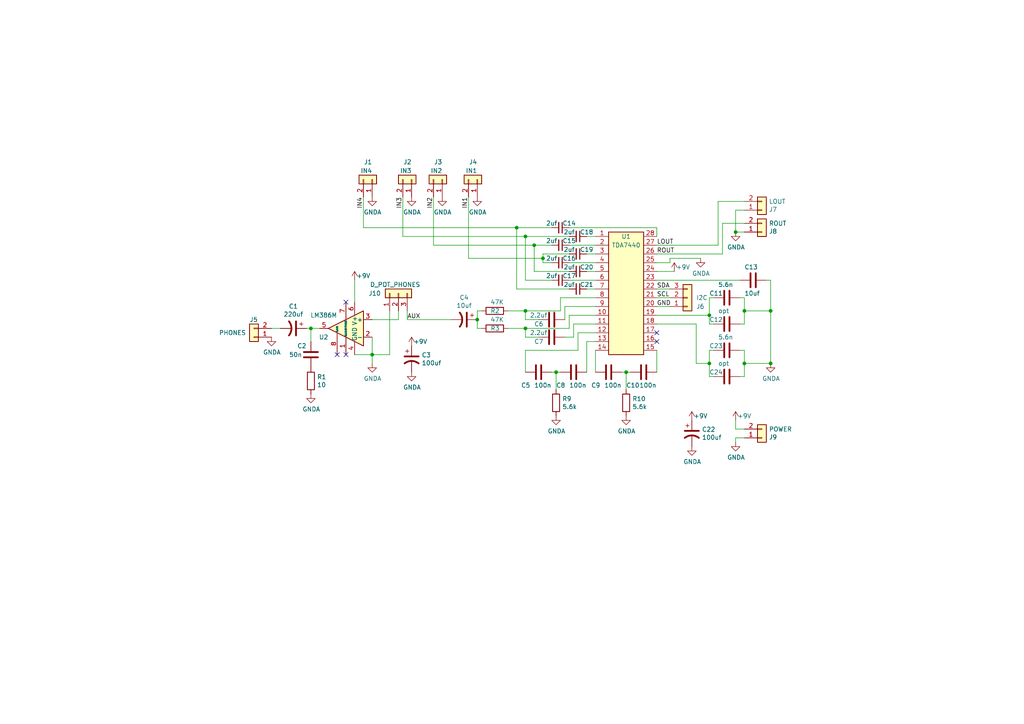
<source format=kicad_sch>
(kicad_sch (version 20230121) (generator eeschema)
  (paper "A4")
  (lib_symbols
    (symbol "Amplifier_Audio:LM386" (pin_names (offset 0.127))
      (property "Reference" "U" (at 1.27 7.62 0))
      (property "Value" "LM386" (at 1.27 5.08 0))
      (symbol "LM386_0_1"
        (polyline (pts (xy 5.08 0) (xy -5.08 5.08) (xy -5.08 -5.08) (xy 5.08 0)) (stroke (width 0.254)) (fill (type background)))
      )
      (symbol "LM386_1_1"
        (pin input line (at 0 -7.62 90) (length 5.08) (name "GAIN") (number "1"))
        (pin input line (at -7.62 -2.54 0) (length 2.54) (name "-") (number "2"))
        (pin input line (at -7.62 2.54 0) (length 2.54) (name "+") (number "3"))
        (pin power_in line (at -2.54 -7.62 90) (length 3.81) (name "GND") (number "4"))
        (pin output line (at 7.62 0 180) (length 2.54) (name "~") (number "5"))
        (pin power_in line (at -2.54 7.62 270) (length 3.81) (name "V+") (number "6"))
        (pin input line (at 0 7.62 270) (length 5.08) (name "BYPASS") (number "7"))
        (pin input line (at 2.54 -7.62 90) (length 6.35) (name "GAIN") (number "8"))
      )
    )
    (symbol "AudioProcessor-rescue:CP1-Device" (pin_numbers hide) (pin_names (offset 0.254) hide)
      (property "Reference" "C" (at 0.635 2.54 0))
      (property "Value" "Device:CP1" (at 0.635 -2.54 0))
      (symbol "CP1-Device_0_1"
        (polyline (pts (xy -2.032 0.762) (xy 2.032 0.762)) (stroke (width 0.508)))
        (polyline (pts (xy -1.778 2.286) (xy -0.762 2.286)))
        (polyline (pts (xy -1.27 1.778) (xy -1.27 2.794)))
        (arc (start 2.032 -1.27) (mid 0 -0.5572) (end -2.032 -1.27) (stroke (width 0.508)))
      )
      (symbol "CP1-Device_1_1"
        (pin passive line (at 0 3.81 270) (length 2.794) (name "~") (number "1"))
        (pin passive line (at 0 -3.81 90) (length 3.302) (name "~") (number "2"))
      )
    )
    (symbol "AudioProcessor-rescue:IC28-IC_Generic"
      (property "Reference" "U" (at -5.08 17.78 0))
      (property "Value" "IC_Generic:IC28" (at -5.08 -20.32 0))
      (symbol "IC28-IC_Generic_1_1"
        (rectangle (start -5.08 16.51) (end 5.08 -19.05) (stroke (width 0.254)) (fill (type background)))
        (pin passive line (at -8.89 15.24 0) (length 3.81) (name "~") (number "1"))
        (pin passive line (at -8.89 -7.62 0) (length 3.81) (name "~") (number "10"))
        (pin passive line (at -8.89 -10.16 0) (length 3.81) (name "~") (number "11"))
        (pin passive line (at -8.89 -12.7 0) (length 3.81) (name "~") (number "12"))
        (pin passive line (at -8.89 -15.24 0) (length 3.81) (name "~") (number "13"))
        (pin passive line (at -8.89 -17.78 0) (length 3.81) (name "~") (number "14"))
        (pin passive line (at 8.89 -17.78 180) (length 3.81) (name "~") (number "15"))
        (pin passive line (at 8.89 -15.24 180) (length 3.81) (name "~") (number "16"))
        (pin passive line (at 8.89 -12.7 180) (length 3.81) (name "~") (number "17"))
        (pin passive line (at 8.89 -10.16 180) (length 3.81) (name "~") (number "18"))
        (pin passive line (at 8.89 -7.62 180) (length 3.81) (name "~") (number "19"))
        (pin passive line (at -8.89 12.7 0) (length 3.81) (name "~") (number "2"))
        (pin passive line (at 8.89 -5.08 180) (length 3.81) (name "~") (number "20"))
        (pin passive line (at 8.89 -2.54 180) (length 3.81) (name "~") (number "21"))
        (pin passive line (at 8.89 0 180) (length 3.81) (name "~") (number "22"))
        (pin passive line (at 8.89 2.54 180) (length 3.81) (name "~") (number "23"))
        (pin passive line (at 8.89 5.08 180) (length 3.81) (name "~") (number "24"))
        (pin passive line (at 8.89 7.62 180) (length 3.81) (name "~") (number "25"))
        (pin passive line (at 8.89 10.16 180) (length 3.81) (name "~") (number "26"))
        (pin passive line (at 8.89 12.7 180) (length 3.81) (name "~") (number "27"))
        (pin passive line (at 8.89 15.24 180) (length 3.81) (name "~") (number "28"))
        (pin passive line (at -8.89 10.16 0) (length 3.81) (name "~") (number "3"))
        (pin passive line (at -8.89 7.62 0) (length 3.81) (name "~") (number "4"))
        (pin passive line (at -8.89 5.08 0) (length 3.81) (name "~") (number "5"))
        (pin passive line (at -8.89 2.54 0) (length 3.81) (name "~") (number "6"))
        (pin passive line (at -8.89 0 0) (length 3.81) (name "~") (number "7"))
        (pin passive line (at -8.89 -2.54 0) (length 3.81) (name "~") (number "8"))
        (pin passive line (at -8.89 -5.08 0) (length 3.81) (name "~") (number "9"))
      )
    )
    (symbol "Connector_Generic:Conn_01x02" (pin_names (offset 1.016) hide)
      (property "Reference" "J" (at 0 2.54 0))
      (property "Value" "Conn_01x02" (at 0 -5.08 0))
      (symbol "Conn_01x02_1_1"
        (rectangle (start -1.27 -2.413) (end 0 -2.667) (stroke (width 0.1524)))
        (rectangle (start -1.27 0.127) (end 0 -0.127) (stroke (width 0.1524)))
        (rectangle (start -1.27 1.27) (end 1.27 -3.81) (stroke (width 0.254)) (fill (type background)))
        (pin passive line (at -5.08 0 0) (length 3.81) (name "Pin_1") (number "1"))
        (pin passive line (at -5.08 -2.54 0) (length 3.81) (name "Pin_2") (number "2"))
      )
    )
    (symbol "Connector_Generic:Conn_01x03" (pin_names (offset 1.016) hide)
      (property "Reference" "J" (at 0 5.08 0))
      (property "Value" "Conn_01x03" (at 0 -5.08 0))
      (symbol "Conn_01x03_1_1"
        (rectangle (start -1.27 -2.413) (end 0 -2.667) (stroke (width 0.1524)))
        (rectangle (start -1.27 0.127) (end 0 -0.127) (stroke (width 0.1524)))
        (rectangle (start -1.27 2.667) (end 0 2.413) (stroke (width 0.1524)))
        (rectangle (start -1.27 3.81) (end 1.27 -3.81) (stroke (width 0.254)) (fill (type background)))
        (pin passive line (at -5.08 2.54 0) (length 3.81) (name "Pin_1") (number "1"))
        (pin passive line (at -5.08 0 0) (length 3.81) (name "Pin_2") (number "2"))
        (pin passive line (at -5.08 -2.54 0) (length 3.81) (name "Pin_3") (number "3"))
      )
    )
    (symbol "Device:C" (pin_numbers hide) (pin_names (offset 0.254))
      (property "Reference" "C" (at 0.635 2.54 0))
      (property "Value" "C" (at 0.635 -2.54 0))
      (symbol "C_0_1"
        (polyline (pts (xy -2.032 -0.762) (xy 2.032 -0.762)) (stroke (width 0.508)))
        (polyline (pts (xy -2.032 0.762) (xy 2.032 0.762)) (stroke (width 0.508)))
      )
      (symbol "C_1_1"
        (pin passive line (at 0 3.81 270) (length 2.794) (name "~") (number "1"))
        (pin passive line (at 0 -3.81 90) (length 2.794) (name "~") (number "2"))
      )
    )
    (symbol "Device:C_Small" (pin_numbers hide) (pin_names (offset 0.254) hide)
      (property "Reference" "C" (at 0.254 1.778 0))
      (property "Value" "C_Small" (at 0.254 -2.032 0))
      (symbol "C_Small_0_1"
        (polyline (pts (xy -1.524 -0.508) (xy 1.524 -0.508)) (stroke (width 0.3302)))
        (polyline (pts (xy -1.524 0.508) (xy 1.524 0.508)) (stroke (width 0.3048)))
      )
      (symbol "C_Small_1_1"
        (pin passive line (at 0 2.54 270) (length 2.032) (name "~") (number "1"))
        (pin passive line (at 0 -2.54 90) (length 2.032) (name "~") (number "2"))
      )
    )
    (symbol "Device:R" (pin_numbers hide) (pin_names (offset 0))
      (property "Reference" "R" (at 2.032 0 90))
      (property "Value" "R" (at 0 0 90))
      (symbol "R_0_1"
        (rectangle (start -1.016 -2.54) (end 1.016 2.54) (stroke (width 0.254)))
      )
      (symbol "R_1_1"
        (pin passive line (at 0 3.81 270) (length 1.27) (name "~") (number "1"))
        (pin passive line (at 0 -3.81 90) (length 1.27) (name "~") (number "2"))
      )
    )
    (symbol "power:+9V" (power) (pin_names (offset 0))
      (property "Value" "+9V" (at 0 3.556 0))
      (symbol "+9V_0_1"
        (polyline (pts (xy -0.762 1.27) (xy 0 2.54)))
        (polyline (pts (xy 0 0) (xy 0 2.54)))
        (polyline (pts (xy 0 2.54) (xy 0.762 1.27)))
      )
      (symbol "+9V_1_1"
        (pin power_in line (at 0 0 90) (length 0) hide (name "+9V") (number "1"))
      )
    )
    (symbol "power:GNDA" (power) (pin_names (offset 0))
      (property "Value" "GNDA" (at 0 -3.81 0))
      (symbol "GNDA_0_1"
        (polyline (pts (xy 0 0) (xy 0 -1.27) (xy 1.27 -1.27) (xy 0 -2.54) (xy -1.27 -1.27) (xy 0 -1.27)))
      )
      (symbol "GNDA_1_1"
        (pin power_in line (at 0 0 270) (length 0) hide (name "GNDA") (number "1"))
      )
    )
  )
  (junction (at 205.74 91.44))
  (junction (at 107.95 102.87))
  (junction (at 223.52 90.17))
  (junction (at 90.17 95.25))
  (junction (at 152.4 90.17))
  (junction (at 205.74 105.41))
  (junction (at 149.86 66.04))
  (junction (at 157.48 74.93))
  (junction (at 213.36 67.31))
  (junction (at 223.52 105.41))
  (junction (at 138.43 92.71))
  (junction (at 215.9 90.17))
  (junction (at 152.4 68.58))
  (junction (at 215.9 105.41))
  (junction (at 181.61 107.95))
  (junction (at 154.94 71.12))
  (junction (at 161.29 107.95))
  (junction (at 152.4 95.25))
  (no_connect (at 190.5 96.52))
  (no_connect (at 100.33 87.63))
  (no_connect (at 97.79 102.87))
  (no_connect (at 100.33 102.87))
  (no_connect (at 190.5 99.06))
  (wire (pts (xy 118.11 92.71) (xy 130.81 92.71)))
  (wire (pts (xy 125.73 71.12) (xy 125.73 57.15)))
  (wire (pts (xy 207.01 109.22) (xy 205.74 109.22)))
  (wire (pts (xy 190.5 76.2) (xy 194.31 76.2)))
  (wire (pts (xy 205.74 93.98) (xy 205.74 91.44)))
  (wire (pts (xy 107.95 105.41) (xy 107.95 102.87)))
  (wire (pts (xy 172.72 86.36) (xy 162.56 86.36)))
  (wire (pts (xy 215.9 109.22) (xy 214.63 109.22)))
  (wire (pts (xy 165.1 71.12) (xy 172.72 71.12)))
  (wire (pts (xy 215.9 101.6) (xy 215.9 105.41)))
  (wire (pts (xy 90.17 95.25) (xy 90.17 99.06)))
  (wire (pts (xy 207.01 93.98) (xy 205.74 93.98)))
  (wire (pts (xy 154.94 71.12) (xy 154.94 78.74)))
  (wire (pts (xy 190.5 71.12) (xy 208.28 71.12)))
  (wire (pts (xy 152.4 92.71) (xy 152.4 90.17)))
  (wire (pts (xy 161.29 107.95) (xy 161.29 113.03)))
  (wire (pts (xy 160.02 81.28) (xy 152.4 81.28)))
  (wire (pts (xy 190.5 66.04) (xy 190.5 68.58)))
  (wire (pts (xy 223.52 105.41) (xy 215.9 105.41)))
  (wire (pts (xy 190.5 78.74) (xy 195.58 78.74)))
  (wire (pts (xy 154.94 78.74) (xy 165.1 78.74)))
  (wire (pts (xy 201.93 105.41) (xy 201.93 93.98)))
  (wire (pts (xy 152.4 90.17) (xy 147.32 90.17)))
  (wire (pts (xy 190.5 86.36) (xy 194.31 86.36)))
  (wire (pts (xy 190.5 88.9) (xy 194.31 88.9)))
  (wire (pts (xy 165.1 66.04) (xy 190.5 66.04)))
  (wire (pts (xy 182.88 107.95) (xy 181.61 107.95)))
  (wire (pts (xy 165.1 95.25) (xy 152.4 95.25)))
  (wire (pts (xy 190.5 91.44) (xy 205.74 91.44)))
  (wire (pts (xy 181.61 107.95) (xy 180.34 107.95)))
  (wire (pts (xy 194.31 76.2) (xy 194.31 74.93)))
  (wire (pts (xy 88.9 95.25) (xy 90.17 95.25)))
  (wire (pts (xy 113.03 90.17) (xy 113.03 102.87)))
  (wire (pts (xy 152.4 101.6) (xy 152.4 107.95)))
  (wire (pts (xy 160.02 71.12) (xy 154.94 71.12)))
  (wire (pts (xy 213.36 127) (xy 213.36 128.27)))
  (wire (pts (xy 149.86 66.04) (xy 149.86 83.82)))
  (wire (pts (xy 156.21 97.79) (xy 152.4 97.79)))
  (wire (pts (xy 166.37 93.98) (xy 172.72 93.98)))
  (wire (pts (xy 209.55 73.66) (xy 209.55 64.77)))
  (wire (pts (xy 170.18 83.82) (xy 172.72 83.82)))
  (wire (pts (xy 157.48 76.2) (xy 160.02 76.2)))
  (wire (pts (xy 170.18 68.58) (xy 172.72 68.58)))
  (wire (pts (xy 172.72 76.2) (xy 165.1 76.2)))
  (wire (pts (xy 213.36 67.31) (xy 215.9 67.31)))
  (wire (pts (xy 107.95 102.87) (xy 107.95 97.79)))
  (wire (pts (xy 135.89 74.93) (xy 135.89 57.15)))
  (wire (pts (xy 115.57 90.17) (xy 115.57 92.71)))
  (wire (pts (xy 205.74 105.41) (xy 201.93 105.41)))
  (wire (pts (xy 190.5 83.82) (xy 194.31 83.82)))
  (wire (pts (xy 156.21 92.71) (xy 152.4 92.71)))
  (wire (pts (xy 152.4 95.25) (xy 147.32 95.25)))
  (wire (pts (xy 161.29 107.95) (xy 160.02 107.95)))
  (wire (pts (xy 170.18 99.06) (xy 172.72 99.06)))
  (wire (pts (xy 138.43 92.71) (xy 138.43 95.25)))
  (wire (pts (xy 152.4 68.58) (xy 116.84 68.58)))
  (wire (pts (xy 102.87 102.87) (xy 107.95 102.87)))
  (wire (pts (xy 194.31 74.93) (xy 203.2 74.93)))
  (wire (pts (xy 209.55 64.77) (xy 215.9 64.77)))
  (wire (pts (xy 138.43 90.17) (xy 138.43 92.71)))
  (wire (pts (xy 163.83 88.9) (xy 172.72 88.9)))
  (wire (pts (xy 205.74 91.44) (xy 205.74 86.36)))
  (wire (pts (xy 190.5 81.28) (xy 214.63 81.28)))
  (wire (pts (xy 215.9 127) (xy 213.36 127)))
  (wire (pts (xy 90.17 95.25) (xy 92.71 95.25)))
  (wire (pts (xy 102.87 81.28) (xy 102.87 87.63)))
  (wire (pts (xy 165.1 91.44) (xy 165.1 95.25)))
  (wire (pts (xy 135.89 74.93) (xy 157.48 74.93)))
  (wire (pts (xy 166.37 93.98) (xy 166.37 97.79)))
  (wire (pts (xy 214.63 101.6) (xy 215.9 101.6)))
  (wire (pts (xy 213.36 60.96) (xy 213.36 67.31)))
  (wire (pts (xy 181.61 107.95) (xy 181.61 113.03)))
  (wire (pts (xy 157.48 74.93) (xy 157.48 76.2)))
  (wire (pts (xy 190.5 101.6) (xy 190.5 107.95)))
  (wire (pts (xy 205.74 105.41) (xy 205.74 109.22)))
  (wire (pts (xy 208.28 58.42) (xy 215.9 58.42)))
  (wire (pts (xy 215.9 86.36) (xy 215.9 90.17)))
  (wire (pts (xy 162.56 107.95) (xy 161.29 107.95)))
  (wire (pts (xy 152.4 68.58) (xy 165.1 68.58)))
  (wire (pts (xy 214.63 86.36) (xy 215.9 86.36)))
  (wire (pts (xy 149.86 66.04) (xy 105.41 66.04)))
  (wire (pts (xy 162.56 86.36) (xy 162.56 90.17)))
  (wire (pts (xy 149.86 83.82) (xy 165.1 83.82)))
  (wire (pts (xy 205.74 101.6) (xy 205.74 105.41)))
  (wire (pts (xy 215.9 105.41) (xy 215.9 109.22)))
  (wire (pts (xy 118.11 90.17) (xy 118.11 92.71)))
  (wire (pts (xy 139.7 90.17) (xy 138.43 90.17)))
  (wire (pts (xy 78.74 95.25) (xy 81.28 95.25)))
  (wire (pts (xy 157.48 73.66) (xy 157.48 74.93)))
  (wire (pts (xy 167.64 101.6) (xy 167.64 96.52)))
  (wire (pts (xy 138.43 95.25) (xy 139.7 95.25)))
  (wire (pts (xy 201.93 93.98) (xy 190.5 93.98)))
  (wire (pts (xy 160.02 66.04) (xy 149.86 66.04)))
  (wire (pts (xy 215.9 93.98) (xy 214.63 93.98)))
  (wire (pts (xy 105.41 66.04) (xy 105.41 57.15)))
  (wire (pts (xy 162.56 90.17) (xy 152.4 90.17)))
  (wire (pts (xy 152.4 81.28) (xy 152.4 68.58)))
  (wire (pts (xy 154.94 71.12) (xy 125.73 71.12)))
  (wire (pts (xy 223.52 81.28) (xy 222.25 81.28)))
  (wire (pts (xy 170.18 78.74) (xy 172.72 78.74)))
  (wire (pts (xy 172.72 81.28) (xy 165.1 81.28)))
  (wire (pts (xy 223.52 90.17) (xy 215.9 90.17)))
  (wire (pts (xy 223.52 105.41) (xy 223.52 90.17)))
  (wire (pts (xy 170.18 99.06) (xy 170.18 107.95)))
  (wire (pts (xy 163.83 92.71) (xy 163.83 88.9)))
  (wire (pts (xy 172.72 91.44) (xy 165.1 91.44)))
  (wire (pts (xy 166.37 97.79) (xy 163.83 97.79)))
  (wire (pts (xy 116.84 68.58) (xy 116.84 57.15)))
  (wire (pts (xy 213.36 124.46) (xy 215.9 124.46)))
  (wire (pts (xy 205.74 101.6) (xy 207.01 101.6)))
  (wire (pts (xy 215.9 60.96) (xy 213.36 60.96)))
  (wire (pts (xy 213.36 121.92) (xy 213.36 124.46)))
  (wire (pts (xy 152.4 97.79) (xy 152.4 95.25)))
  (wire (pts (xy 167.64 96.52) (xy 172.72 96.52)))
  (wire (pts (xy 208.28 71.12) (xy 208.28 58.42)))
  (wire (pts (xy 172.72 101.6) (xy 172.72 107.95)))
  (wire (pts (xy 115.57 92.71) (xy 107.95 92.71)))
  (wire (pts (xy 190.5 73.66) (xy 209.55 73.66)))
  (wire (pts (xy 205.74 86.36) (xy 207.01 86.36)))
  (wire (pts (xy 170.18 73.66) (xy 172.72 73.66)))
  (wire (pts (xy 223.52 90.17) (xy 223.52 81.28)))
  (wire (pts (xy 215.9 90.17) (xy 215.9 93.98)))
  (wire (pts (xy 152.4 101.6) (xy 167.64 101.6)))
  (wire (pts (xy 113.03 102.87) (xy 107.95 102.87)))
  (wire (pts (xy 165.1 73.66) (xy 157.48 73.66)))
  (label "LOUT" (at 190.5 71.12 0))
  (label "GND" (at 190.5 88.9 0))
  (label "AUX" (at 118.11 92.71 0))
  (label "IN3" (at 116.84 57.15 270))
  (label "ROUT" (at 190.5 73.66 0))
  (label "SCL" (at 190.5 86.36 0))
  (label "IN4" (at 105.41 57.15 270))
  (label "IN2" (at 125.73 57.15 270))
  (label "IN1" (at 135.89 57.15 270))
  (label "SDA" (at 190.5 83.82 0))
  (symbol (lib_id "AudioProcessor-rescue:IC28-IC_Generic") (at 181.61 83.82 0) (unit 1)
    (property "Reference" "U1" (at 181.61 68.58 0))
    (property "Value" "TDA7440" (at 181.61 71.12 0))
    (property "Footprint" "Housings_SOIC:SOIC-28W_7.5x17.9mm_Pitch1.27mm" (effects hide))
  )
  (symbol (lib_id "power:GNDA") (at 203.2 74.93 0) (unit 1)
    (property "Reference" "#PWR0101" (effects hide))
    (property "Value" "GNDA" (at 203.327 79.3242 0))
  )
  (symbol (lib_id "Device:C") (at 210.82 93.98 270) (unit 1)
    (property "Reference" "C12" (at 205.74 92.71 90) (effects (justify left)))
    (property "Value" "opt" (at 208.28 90.17 90) (effects (justify left)))
    (property "Footprint" "Capacitors_SMD:C_0805" (effects hide))
  )
  (symbol (lib_id "power:GNDA") (at 223.52 105.41 0) (unit 1)
    (property "Reference" "#PWR0103" (effects hide))
    (property "Value" "GNDA" (at 223.647 109.8042 0))
  )
  (symbol (lib_id "Device:C") (at 176.53 107.95 270) (unit 1)
    (property "Reference" "C9" (at 171.45 111.76 90) (effects (justify left)))
    (property "Value" "100n" (at 175.26 111.76 90) (effects (justify left)))
    (property "Footprint" "Capacitors_THT:C_Rect_L7.2mm_W2.5mm_P5.00mm_FKS2_FKP2_MKS2_MKP2" (effects hide))
  )
  (symbol (lib_id "Device:C") (at 186.69 107.95 270) (unit 1)
    (property "Reference" "C10" (at 181.61 111.76 90) (effects (justify left)))
    (property "Value" "100n" (at 185.42 111.76 90) (effects (justify left)))
    (property "Footprint" "Capacitors_THT:C_Rect_L7.2mm_W2.5mm_P5.00mm_FKS2_FKP2_MKS2_MKP2" (effects hide))
  )
  (symbol (lib_id "Device:R") (at 181.61 116.84 0) (unit 1)
    (property "Reference" "R10" (at 183.388 115.6716 0) (effects (justify left)))
    (property "Value" "5.6k" (at 183.388 117.983 0) (effects (justify left)))
    (property "Footprint" "Resistors_SMD:R_0603" (effects hide))
  )
  (symbol (lib_id "power:GNDA") (at 181.61 120.65 0) (unit 1)
    (property "Reference" "#PWR0104" (effects hide))
    (property "Value" "GNDA" (at 181.737 125.0442 0))
  )
  (symbol (lib_id "Device:C") (at 160.02 97.79 270) (unit 1)
    (property "Reference" "C7" (at 154.94 99.06 90) (effects (justify left)))
    (property "Value" "2.2uf" (at 153.67 96.52 90) (effects (justify left)))
    (property "Footprint" "Capacitors_SMD:C_0603" (effects hide))
  )
  (symbol (lib_id "Device:C") (at 210.82 86.36 270) (unit 1)
    (property "Reference" "C11" (at 205.74 85.09 90) (effects (justify left)))
    (property "Value" "5.6n" (at 208.28 82.55 90) (effects (justify left)))
    (property "Footprint" "Capacitors_SMD:C_0805" (effects hide))
  )
  (symbol (lib_id "Device:C") (at 156.21 107.95 270) (unit 1)
    (property "Reference" "C5" (at 151.13 111.76 90) (effects (justify left)))
    (property "Value" "100n" (at 154.94 111.76 90) (effects (justify left)))
    (property "Footprint" "Capacitors_THT:C_Rect_L7.2mm_W2.5mm_P5.00mm_FKS2_FKP2_MKS2_MKP2" (effects hide))
  )
  (symbol (lib_id "Device:C") (at 166.37 107.95 270) (unit 1)
    (property "Reference" "C8" (at 161.29 111.76 90) (effects (justify left)))
    (property "Value" "100n" (at 165.1 111.76 90) (effects (justify left)))
    (property "Footprint" "Capacitors_THT:C_Rect_L7.2mm_W2.5mm_P5.00mm_FKS2_FKP2_MKS2_MKP2" (effects hide))
  )
  (symbol (lib_id "Device:R") (at 161.29 116.84 0) (unit 1)
    (property "Reference" "R9" (at 163.068 115.6716 0) (effects (justify left)))
    (property "Value" "5.6k" (at 163.068 117.983 0) (effects (justify left)))
    (property "Footprint" "Resistors_SMD:R_0603" (effects hide))
  )
  (symbol (lib_id "power:GNDA") (at 161.29 120.65 0) (unit 1)
    (property "Reference" "#PWR0105" (effects hide))
    (property "Value" "GNDA" (at 161.417 125.0442 0))
  )
  (symbol (lib_id "Device:C") (at 218.44 81.28 270) (unit 1)
    (property "Reference" "C13" (at 215.9 77.47 90) (effects (justify left)))
    (property "Value" "10uf" (at 215.9 85.09 90) (effects (justify left)))
    (property "Footprint" "Capacitors_SMD:C_0603" (effects hide))
  )
  (symbol (lib_id "Connector_Generic:Conn_01x02") (at 220.98 60.96 0) (mirror x) (unit 1)
    (property "Reference" "J7" (at 223.012 60.7568 0) (effects (justify left)))
    (property "Value" "LOUT" (at 223.012 58.4454 0) (effects (justify left)))
    (property "Footprint" "KiCadCustomLibs:Conn_1x02_2.54mm" (effects hide))
  )
  (symbol (lib_id "Connector_Generic:Conn_01x02") (at 220.98 67.31 0) (mirror x) (unit 1)
    (property "Reference" "J8" (at 223.012 67.1068 0) (effects (justify left)))
    (property "Value" "ROUT" (at 223.012 64.7954 0) (effects (justify left)))
    (property "Footprint" "KiCadCustomLibs:Conn_1x02_2.54mm" (effects hide))
  )
  (symbol (lib_id "power:GNDA") (at 213.36 67.31 0) (unit 1)
    (property "Reference" "#PWR0106" (effects hide))
    (property "Value" "GNDA" (at 213.487 71.7042 0))
  )
  (symbol (lib_id "power:+9V") (at 195.58 78.74 0) (unit 1)
    (property "Reference" "#PWR0107" (effects hide))
    (property "Value" "+9V" (at 198.12 77.47 0))
  )
  (symbol (lib_id "Connector_Generic:Conn_01x03") (at 199.39 86.36 0) (mirror x) (unit 1)
    (property "Reference" "J6" (at 201.93 88.9 0) (effects (justify left)))
    (property "Value" "I2C" (at 201.93 86.36 0) (effects (justify left)))
    (property "Footprint" "KiCadCustomLibs:Conn_1x03_2.54mm" (effects hide))
  )
  (symbol (lib_id "Device:C") (at 160.02 92.71 270) (unit 1)
    (property "Reference" "C6" (at 154.94 93.98 90) (effects (justify left)))
    (property "Value" "2.2uf" (at 153.67 91.44 90) (effects (justify left)))
    (property "Footprint" "Capacitors_SMD:C_0603" (effects hide))
  )
  (symbol (lib_id "Connector_Generic:Conn_01x02") (at 107.95 52.07 270) (mirror x) (unit 1)
    (property "Reference" "J1" (at 107.95 46.99 90) (effects (justify right)))
    (property "Value" "IN4" (at 107.95 49.53 90) (effects (justify right)))
    (property "Footprint" "KiCadCustomLibs:Conn_1x02_2.54mm" (effects hide))
  )
  (symbol (lib_id "Connector_Generic:Conn_01x02") (at 119.38 52.07 270) (mirror x) (unit 1)
    (property "Reference" "J2" (at 119.38 46.99 90) (effects (justify right)))
    (property "Value" "IN3" (at 119.38 49.53 90) (effects (justify right)))
    (property "Footprint" "KiCadCustomLibs:Conn_1x02_2.54mm" (effects hide))
  )
  (symbol (lib_id "Connector_Generic:Conn_01x02") (at 128.27 52.07 270) (mirror x) (unit 1)
    (property "Reference" "J3" (at 128.27 46.99 90) (effects (justify right)))
    (property "Value" "IN2" (at 128.27 49.53 90) (effects (justify right)))
    (property "Footprint" "KiCadCustomLibs:Conn_1x02_2.54mm" (effects hide))
  )
  (symbol (lib_id "Connector_Generic:Conn_01x02") (at 138.43 52.07 270) (mirror x) (unit 1)
    (property "Reference" "J4" (at 138.43 46.99 90) (effects (justify right)))
    (property "Value" "IN1" (at 138.43 49.53 90) (effects (justify right)))
    (property "Footprint" "KiCadCustomLibs:Conn_1x02_2.54mm" (effects hide))
  )
  (symbol (lib_id "power:GNDA") (at 107.95 57.15 0) (unit 1)
    (property "Reference" "#PWR0108" (effects hide))
    (property "Value" "GNDA" (at 108.077 61.5442 0))
  )
  (symbol (lib_id "power:GNDA") (at 119.38 57.15 0) (unit 1)
    (property "Reference" "#PWR0109" (effects hide))
    (property "Value" "GNDA" (at 119.507 61.5442 0))
  )
  (symbol (lib_id "power:GNDA") (at 128.27 57.15 0) (unit 1)
    (property "Reference" "#PWR0110" (effects hide))
    (property "Value" "GNDA" (at 128.397 61.5442 0))
  )
  (symbol (lib_id "power:GNDA") (at 138.43 57.15 0) (unit 1)
    (property "Reference" "#PWR0111" (effects hide))
    (property "Value" "GNDA" (at 138.557 61.5442 0))
  )
  (symbol (lib_id "Connector_Generic:Conn_01x02") (at 220.98 127 0) (mirror x) (unit 1)
    (property "Reference" "J9" (at 223.012 126.7968 0) (effects (justify left)))
    (property "Value" "POWER" (at 223.012 124.4854 0) (effects (justify left)))
    (property "Footprint" "KiCadCustomLibs:Conn_1x02_2.54mm" (effects hide))
  )
  (symbol (lib_id "power:+9V") (at 213.36 121.92 0) (unit 1)
    (property "Reference" "#PWR0113" (effects hide))
    (property "Value" "+9V" (at 215.9 120.65 0))
  )
  (symbol (lib_id "power:GNDA") (at 213.36 128.27 0) (unit 1)
    (property "Reference" "#PWR0114" (effects hide))
    (property "Value" "GNDA" (at 213.487 132.6642 0))
  )
  (symbol (lib_id "Device:R") (at 143.51 90.17 270) (unit 1)
    (property "Reference" "R2" (at 142.24 90.17 90) (effects (justify left)))
    (property "Value" "47K" (at 142.24 87.63 90) (effects (justify left)))
    (property "Footprint" "Resistors_SMD:R_0603" (effects hide))
  )
  (symbol (lib_id "Device:R") (at 143.51 95.25 270) (unit 1)
    (property "Reference" "R3" (at 142.24 95.25 90) (effects (justify left)))
    (property "Value" "47K" (at 142.24 92.71 90) (effects (justify left)))
    (property "Footprint" "Resistors_SMD:R_0603" (effects hide))
  )
  (symbol (lib_id "AudioProcessor-rescue:CP1-Device") (at 134.62 92.71 270) (unit 1)
    (property "Reference" "C4" (at 134.62 86.3092 90))
    (property "Value" "10uf" (at 134.62 88.6206 90))
    (property "Footprint" "Capacitors_THT:CP_Radial_Tantal_D4.5mm_P2.50mm" (effects hide))
  )
  (symbol (lib_id "Amplifier_Audio:LM386") (at 100.33 95.25 0) (mirror y) (unit 1)
    (property "Reference" "U2" (at 95.25 97.79 0) (effects (justify left)))
    (property "Value" "LM386M" (at 97.79 91.44 0) (effects (justify left)))
    (property "Footprint" "Housings_DIP:DIP-8_W7.62mm_Socket" (effects hide))
    (property "Datasheet" "http://www.ti.com/lit/ds/symlink/lm386.pdf" (effects hide))
  )
  (symbol (lib_id "power:GNDA") (at 107.95 105.41 0) (unit 1)
    (property "Reference" "#PWR0102" (effects hide))
    (property "Value" "GNDA" (at 108.077 109.8042 0))
  )
  (symbol (lib_id "Connector_Generic:Conn_01x03") (at 115.57 85.09 90) (unit 1)
    (property "Reference" "J10" (at 110.49 85.09 90) (effects (justify left)))
    (property "Value" "D_POT_PHONES" (at 121.92 82.55 90) (effects (justify left)))
    (property "Footprint" "KiCadCustomLibs:Conn_1x03_2.54mm" (effects hide))
  )
  (symbol (lib_id "AudioProcessor-rescue:CP1-Device") (at 85.09 95.25 270) (unit 1)
    (property "Reference" "C1" (at 85.09 88.8492 90))
    (property "Value" "220uf" (at 85.09 91.1606 90))
    (property "Footprint" "Capacitors_THT:CP_Radial_Tantal_D8.0mm_P5.00mm" (effects hide))
  )
  (symbol (lib_id "Device:C") (at 90.17 102.87 180) (unit 1)
    (property "Reference" "C2" (at 88.9 100.33 0) (effects (justify left)))
    (property "Value" "50n" (at 87.63 102.87 0) (effects (justify left)))
    (property "Footprint" "Capacitors_SMD:C_0603" (effects hide))
  )
  (symbol (lib_id "Device:R") (at 90.17 110.49 0) (unit 1)
    (property "Reference" "R1" (at 91.948 109.3216 0) (effects (justify left)))
    (property "Value" "10" (at 91.948 111.633 0) (effects (justify left)))
    (property "Footprint" "Resistors_SMD:R_0603" (effects hide))
  )
  (symbol (lib_id "power:GNDA") (at 90.17 114.3 0) (unit 1)
    (property "Reference" "#PWR0112" (effects hide))
    (property "Value" "GNDA" (at 90.297 118.6942 0))
  )
  (symbol (lib_id "AudioProcessor-rescue:CP1-Device") (at 119.38 104.14 0) (unit 1)
    (property "Reference" "C3" (at 122.301 102.9716 0) (effects (justify left)))
    (property "Value" "100uf" (at 122.301 105.283 0) (effects (justify left)))
    (property "Footprint" "Capacitors_THT:CP_Radial_Tantal_D6.0mm_P5.00mm" (effects hide))
  )
  (symbol (lib_id "power:GNDA") (at 119.38 107.95 0) (unit 1)
    (property "Reference" "#PWR0115" (effects hide))
    (property "Value" "GNDA" (at 119.507 112.3442 0))
  )
  (symbol (lib_id "power:+9V") (at 119.38 100.33 0) (unit 1)
    (property "Reference" "#PWR0116" (effects hide))
    (property "Value" "+9V" (at 121.92 99.06 0))
  )
  (symbol (lib_id "AudioProcessor-rescue:CP1-Device") (at 200.66 125.73 0) (unit 1)
    (property "Reference" "C22" (at 203.581 124.5616 0) (effects (justify left)))
    (property "Value" "100uf" (at 203.581 126.873 0) (effects (justify left)))
    (property "Footprint" "Capacitors_THT:CP_Radial_Tantal_D6.0mm_P5.00mm" (effects hide))
  )
  (symbol (lib_id "power:GNDA") (at 200.66 129.54 0) (unit 1)
    (property "Reference" "#PWR0117" (effects hide))
    (property "Value" "GNDA" (at 200.787 133.9342 0))
  )
  (symbol (lib_id "power:+9V") (at 200.66 121.92 0) (unit 1)
    (property "Reference" "#PWR0118" (effects hide))
    (property "Value" "+9V" (at 203.2 120.65 0))
  )
  (symbol (lib_id "Connector_Generic:Conn_01x02") (at 73.66 97.79 180) (unit 1)
    (property "Reference" "J5" (at 72.39 92.71 0) (effects (justify right)))
    (property "Value" "PHONES" (at 63.5 96.52 0) (effects (justify right)))
    (property "Footprint" "KiCadCustomLibs:Conn_1x02_2.54mm" (effects hide))
  )
  (symbol (lib_id "power:GNDA") (at 78.74 97.79 0) (unit 1)
    (property "Reference" "#PWR0119" (effects hide))
    (property "Value" "GNDA" (at 78.867 102.1842 0))
  )
  (symbol (lib_id "Device:C") (at 210.82 109.22 270) (unit 1)
    (property "Reference" "C24" (at 205.74 107.95 90) (effects (justify left)))
    (property "Value" "opt" (at 208.28 105.41 90) (effects (justify left)))
    (property "Footprint" "Capacitors_SMD:C_0805" (effects hide))
  )
  (symbol (lib_id "Device:C") (at 210.82 101.6 270) (unit 1)
    (property "Reference" "C23" (at 205.74 100.33 90) (effects (justify left)))
    (property "Value" "5.6n" (at 208.28 97.79 90) (effects (justify left)))
    (property "Footprint" "Capacitors_SMD:C_0805" (effects hide))
  )
  (symbol (lib_id "power:+9V") (at 102.87 81.28 0) (unit 1)
    (property "Reference" "#PWR0120" (effects hide))
    (property "Value" "+9V" (at 105.41 80.01 0))
  )
  (symbol (lib_id "Device:C_Small") (at 162.56 66.04 270) (unit 1)
    (property "Reference" "C14" (at 165.1 64.77 90))
    (property "Value" "2uf" (at 160.02 64.77 90))
    (property "Footprint" "Capacitors_SMD:C_0603" (effects hide))
  )
  (symbol (lib_id "Device:C_Small") (at 167.64 68.58 270) (unit 1)
    (property "Reference" "C18" (at 170.18 67.31 90))
    (property "Value" "2uf" (at 165.1 67.31 90))
    (property "Footprint" "Capacitors_SMD:C_0603" (effects hide))
  )
  (symbol (lib_id "Device:C_Small") (at 162.56 71.12 270) (unit 1)
    (property "Reference" "C15" (at 165.1 69.85 90))
    (property "Value" "2uf" (at 160.02 69.85 90))
    (property "Footprint" "Capacitors_SMD:C_0603" (effects hide))
  )
  (symbol (lib_id "Device:C_Small") (at 167.64 73.66 270) (unit 1)
    (property "Reference" "C19" (at 170.18 72.39 90))
    (property "Value" "2uf" (at 165.1 72.39 90))
    (property "Footprint" "Capacitors_SMD:C_0603" (effects hide))
  )
  (symbol (lib_id "Device:C_Small") (at 162.56 76.2 270) (unit 1)
    (property "Reference" "C16" (at 165.1 74.93 90))
    (property "Value" "2uf" (at 160.02 74.93 90))
    (property "Footprint" "Capacitors_SMD:C_0603" (effects hide))
  )
  (symbol (lib_id "Device:C_Small") (at 167.64 78.74 270) (unit 1)
    (property "Reference" "C20" (at 170.18 77.47 90))
    (property "Value" "2uf" (at 165.1 77.47 90))
    (property "Footprint" "Capacitors_SMD:C_0603" (effects hide))
  )
  (symbol (lib_id "Device:C_Small") (at 162.56 81.28 270) (unit 1)
    (property "Reference" "C17" (at 165.1 80.01 90))
    (property "Value" "2uf" (at 160.02 80.01 90))
    (property "Footprint" "Capacitors_SMD:C_0603" (effects hide))
  )
  (symbol (lib_id "Device:C_Small") (at 167.64 83.82 270) (unit 1)
    (property "Reference" "C21" (at 170.18 82.55 90))
    (property "Value" "2uf" (at 165.1 82.55 90))
    (property "Footprint" "Capacitors_SMD:C_0603" (effects hide))
  )
)
</source>
